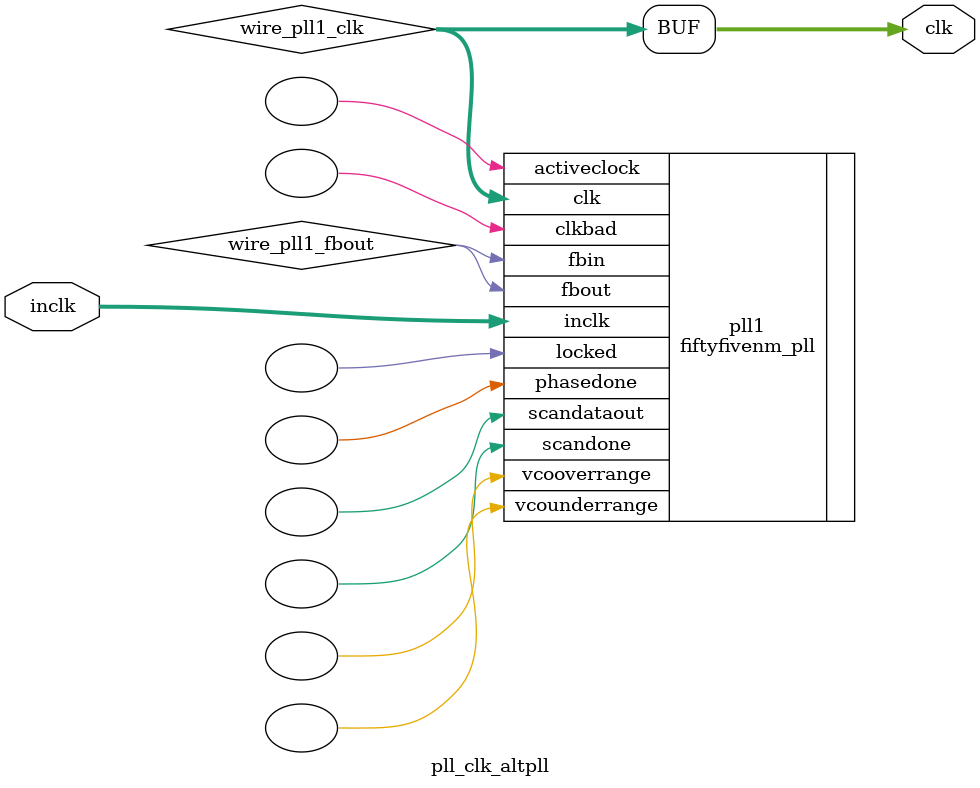
<source format=v>






//synthesis_resources = fiftyfivenm_pll 1 
//synopsys translate_off
`timescale 1 ps / 1 ps
//synopsys translate_on
module  pll_clk_altpll
	( 
	clk,
	inclk) /* synthesis synthesis_clearbox=1 */;
	output   [4:0]  clk;
	input   [1:0]  inclk;
`ifndef ALTERA_RESERVED_QIS
// synopsys translate_off
`endif
	tri0   [1:0]  inclk;
`ifndef ALTERA_RESERVED_QIS
// synopsys translate_on
`endif

	wire  [4:0]   wire_pll1_clk;
	wire  wire_pll1_fbout;

	fiftyfivenm_pll   pll1
	( 
	.activeclock(),
	.clk(wire_pll1_clk),
	.clkbad(),
	.fbin(wire_pll1_fbout),
	.fbout(wire_pll1_fbout),
	.inclk(inclk),
	.locked(),
	.phasedone(),
	.scandataout(),
	.scandone(),
	.vcooverrange(),
	.vcounderrange()
	`ifndef FORMAL_VERIFICATION
	// synopsys translate_off
	`endif
	,
	.areset(1'b0),
	.clkswitch(1'b0),
	.configupdate(1'b0),
	.pfdena(1'b1),
	.phasecounterselect({3{1'b0}}),
	.phasestep(1'b0),
	.phaseupdown(1'b0),
	.scanclk(1'b0),
	.scanclkena(1'b1),
	.scandata(1'b0)
	`ifndef FORMAL_VERIFICATION
	// synopsys translate_on
	`endif
	);
	defparam
		pll1.bandwidth_type = "auto",
		pll1.clk0_divide_by = 5000,
		pll1.clk0_duty_cycle = 50,
		pll1.clk0_multiply_by = 1,
		pll1.clk0_phase_shift = "0",
		pll1.compensate_clock = "clk0",
		pll1.inclk0_input_frequency = 20000,
		pll1.operation_mode = "normal",
		pll1.pll_type = "auto",
		pll1.lpm_type = "fiftyfivenm_pll";
	assign
		clk = {wire_pll1_clk[4:0]};
endmodule //pll_clk_altpll
//VALID FILE

</source>
